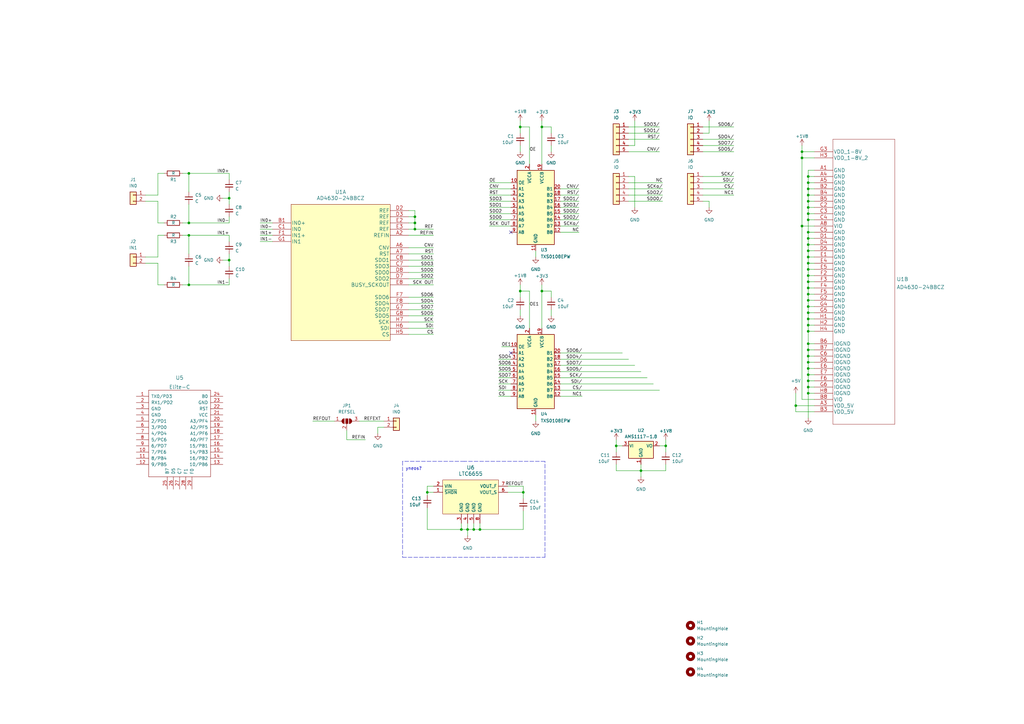
<source format=kicad_sch>
(kicad_sch (version 20211123) (generator eeschema)
  (paper "A3")
  (lib_symbols
    (symbol "2022-11-05_15-10-10:AD4630-24BBCZ" (pin_names (offset 0.254))
      (property "Reference" "U" (at 27.94 12.7 0))
      (property "Value" "AD4630-24BBCZ" (at 27.94 10.16 0))
      (symbol "AD4630-24BBCZ_1_1"
        (pin unspecified line (at 55.88 -15.24 180) (length 7.62) (name "REFIN") (number "A2"))
        (pin unspecified line (at 0 -12.7 0) (length 7.62) (name "CNV") (number "A6"))
        (pin unspecified line (at 0 -17.78 0) (length 7.62) (name "RST") (number "A7"))
        (pin unspecified line (at 0 0 0) (length 7.62) (name "IN0+") (number "B1"))
        (pin unspecified line (at 0 -2.54 0) (length 7.62) (name "IN0") (number "C1"))
        (pin unspecified line (at 55.88 -20.32 180) (length 7.62) (name "SDO3") (number "C7"))
        (pin unspecified line (at 55.88 -22.86 180) (length 7.62) (name "SDO1") (number "C8"))
        (pin unspecified line (at 55.88 -5.08 180) (length 7.62) (name "REF") (number "D2"))
        (pin unspecified line (at 55.88 -7.62 180) (length 7.62) (name "REF") (number "D3"))
        (pin unspecified line (at 55.88 -25.4 180) (length 7.62) (name "SDO2") (number "D7"))
        (pin unspecified line (at 55.88 -27.94 180) (length 7.62) (name "SDO0") (number "D8"))
        (pin unspecified line (at 55.88 -10.16 180) (length 7.62) (name "REF") (number "E2"))
        (pin unspecified line (at 55.88 -12.7 180) (length 7.62) (name "REF") (number "E3"))
        (pin unspecified line (at 55.88 2.54 180) (length 7.62) (name "BUSY_SCKOUT") (number "E8"))
        (pin unspecified line (at 0 -5.08 0) (length 7.62) (name "IN1+") (number "F1"))
        (pin unspecified line (at 55.88 -30.48 180) (length 7.62) (name "SDO6") (number "F7"))
        (pin unspecified line (at 55.88 -33.02 180) (length 7.62) (name "SDO4") (number "F8"))
        (pin unspecified line (at 0 -7.62 0) (length 7.62) (name "IN1") (number "G1"))
        (pin unspecified line (at 55.88 -35.56 180) (length 7.62) (name "SDO7") (number "G7"))
        (pin unspecified line (at 55.88 -38.1 180) (length 7.62) (name "SDO5") (number "G8"))
        (pin unspecified line (at 0 -15.24 0) (length 7.62) (name "CS") (number "H5"))
        (pin unspecified line (at 0 -22.86 0) (length 7.62) (name "SDI") (number "H6"))
        (pin unspecified line (at 0 -20.32 0) (length 7.62) (name "SCK") (number "H7"))
      )
      (symbol "AD4630-24BBCZ_2_1"
        (pin unspecified line (at 0 -7.62 0) (length 7.62) (name "GND") (number "A1"))
        (pin unspecified line (at 0 -104.14 0) (length 7.62) (name "VDD_5V") (number "A3"))
        (pin unspecified line (at 0 -10.16 0) (length 7.62) (name "GND") (number "A4"))
        (pin unspecified line (at 0 -12.7 0) (length 7.62) (name "GND") (number "A5"))
        (pin unspecified line (at 0 -30.48 0) (length 7.62) (name "VIO") (number "A8"))
        (pin unspecified line (at 0 -15.24 0) (length 7.62) (name "GND") (number "B2"))
        (pin unspecified line (at 0 -106.68 0) (length 7.62) (name "VDD_5V") (number "B3"))
        (pin unspecified line (at 0 -17.78 0) (length 7.62) (name "GND") (number "B4"))
        (pin unspecified line (at 0 -20.32 0) (length 7.62) (name "GND") (number "B5"))
        (pin unspecified line (at 0 -78.74 0) (length 7.62) (name "IOGND") (number "B6"))
        (pin unspecified line (at 0 -81.28 0) (length 7.62) (name "IOGND") (number "B7"))
        (pin unspecified line (at 0 -101.6 0) (length 7.62) (name "VIO") (number "B8"))
        (pin unspecified line (at 0 -22.86 0) (length 7.62) (name "GND") (number "C2"))
        (pin unspecified line (at 0 -25.4 0) (length 7.62) (name "GND") (number "C3"))
        (pin unspecified line (at 0 -27.94 0) (length 7.62) (name "GND") (number "C4"))
        (pin unspecified line (at 0 -33.02 0) (length 7.62) (name "GND") (number "C5"))
        (pin unspecified line (at 0 -83.82 0) (length 7.62) (name "IOGND") (number "C6"))
        (pin unspecified line (at 0 -35.56 0) (length 7.62) (name "GND") (number "D1"))
        (pin unspecified line (at 0 -38.1 0) (length 7.62) (name "GND") (number "D4"))
        (pin unspecified line (at 0 -40.64 0) (length 7.62) (name "GND") (number "D5"))
        (pin unspecified line (at 0 -86.36 0) (length 7.62) (name "IOGND") (number "D6"))
        (pin unspecified line (at 0 -43.18 0) (length 7.62) (name "GND") (number "E1"))
        (pin unspecified line (at 0 -45.72 0) (length 7.62) (name "GND") (number "E4"))
        (pin unspecified line (at 0 -48.26 0) (length 7.62) (name "GND") (number "E5"))
        (pin unspecified line (at 0 -88.9 0) (length 7.62) (name "IOGND") (number "E6"))
        (pin unspecified line (at 0 -91.44 0) (length 7.62) (name "IOGND") (number "E7"))
        (pin unspecified line (at 0 -50.8 0) (length 7.62) (name "GND") (number "F2"))
        (pin unspecified line (at 0 -53.34 0) (length 7.62) (name "GND") (number "F3"))
        (pin unspecified line (at 0 -55.88 0) (length 7.62) (name "GND") (number "F4"))
        (pin unspecified line (at 0 -58.42 0) (length 7.62) (name "GND") (number "F5"))
        (pin unspecified line (at 0 -93.98 0) (length 7.62) (name "IOGND") (number "F6"))
        (pin unspecified line (at 0 -60.96 0) (length 7.62) (name "GND") (number "G2"))
        (pin unspecified line (at 0 0 0) (length 7.62) (name "VDD_1-8V") (number "G3"))
        (pin unspecified line (at 0 -63.5 0) (length 7.62) (name "GND") (number "G4"))
        (pin unspecified line (at 0 -66.04 0) (length 7.62) (name "GND") (number "G5"))
        (pin unspecified line (at 0 -96.52 0) (length 7.62) (name "IOGND") (number "G6"))
        (pin unspecified line (at 0 -68.58 0) (length 7.62) (name "GND") (number "H1"))
        (pin unspecified line (at 0 -71.12 0) (length 7.62) (name "GND") (number "H2"))
        (pin unspecified line (at 0 -2.54 0) (length 7.62) (name "VDD_1-8V_2") (number "H3"))
        (pin unspecified line (at 0 -73.66 0) (length 7.62) (name "GND") (number "H4"))
        (pin unspecified line (at 0 -99.06 0) (length 7.62) (name "IOGND") (number "H8"))
      )
    )
    (symbol "AD4630-24BBCZ_1" (pin_names (offset 0.254))
      (property "Reference" "U1" (at 27.94 12.7 0))
      (property "Value" "AD4630-24BBCZ" (at 27.94 10.16 0))
      (symbol "AD4630-24BBCZ_1_1_1"
        (pin unspecified line (at 55.88 -5.08 180) (length 7.62) (name "REFIN") (number "A2"))
        (pin unspecified line (at 55.88 -10.16 180) (length 7.62) (name "CNV") (number "A6"))
        (pin unspecified line (at 55.88 -12.7 180) (length 7.62) (name "RST") (number "A7"))
        (pin unspecified line (at 0 0 0) (length 7.62) (name "IN0+") (number "B1"))
        (pin unspecified line (at 0 -2.54 0) (length 7.62) (name "IN0") (number "C1"))
        (pin unspecified line (at 55.88 -17.78 180) (length 7.62) (name "SDO3") (number "C7"))
        (pin unspecified line (at 55.88 -15.24 180) (length 7.62) (name "SDO1") (number "C8"))
        (pin unspecified line (at 55.88 5.08 180) (length 7.62) (name "REF") (number "D2"))
        (pin unspecified line (at 55.88 2.54 180) (length 7.62) (name "REF") (number "D3"))
        (pin unspecified line (at 55.88 -22.86 180) (length 7.62) (name "SDO2") (number "D7"))
        (pin unspecified line (at 55.88 -20.32 180) (length 7.62) (name "SDO0") (number "D8"))
        (pin unspecified line (at 55.88 0 180) (length 7.62) (name "REF") (number "E2"))
        (pin unspecified line (at 55.88 -2.54 180) (length 7.62) (name "REF") (number "E3"))
        (pin unspecified line (at 55.88 -25.4 180) (length 7.62) (name "BUSY_SCKOUT") (number "E8"))
        (pin unspecified line (at 0 -5.08 0) (length 7.62) (name "IN1+") (number "F1"))
        (pin unspecified line (at 55.88 -30.48 180) (length 7.62) (name "SDO6") (number "F7"))
        (pin unspecified line (at 55.88 -33.02 180) (length 7.62) (name "SDO4") (number "F8"))
        (pin unspecified line (at 0 -7.62 0) (length 7.62) (name "IN1") (number "G1"))
        (pin unspecified line (at 55.88 -35.56 180) (length 7.62) (name "SDO7") (number "G7"))
        (pin unspecified line (at 55.88 -38.1 180) (length 7.62) (name "SDO5") (number "G8"))
        (pin unspecified line (at 55.88 -45.72 180) (length 7.62) (name "CS") (number "H5"))
        (pin unspecified line (at 55.88 -43.18 180) (length 7.62) (name "SDI") (number "H6"))
        (pin unspecified line (at 55.88 -40.64 180) (length 7.62) (name "SCK") (number "H7"))
      )
      (symbol "AD4630-24BBCZ_1_2_1"
        (pin unspecified line (at 0 -7.62 0) (length 7.62) (name "GND") (number "A1"))
        (pin unspecified line (at 0 -104.14 0) (length 7.62) (name "VDD_5V") (number "A3"))
        (pin unspecified line (at 0 -10.16 0) (length 7.62) (name "GND") (number "A4"))
        (pin unspecified line (at 0 -12.7 0) (length 7.62) (name "GND") (number "A5"))
        (pin unspecified line (at 0 -30.48 0) (length 7.62) (name "VIO") (number "A8"))
        (pin unspecified line (at 0 -15.24 0) (length 7.62) (name "GND") (number "B2"))
        (pin unspecified line (at 0 -106.68 0) (length 7.62) (name "VDD_5V") (number "B3"))
        (pin unspecified line (at 0 -17.78 0) (length 7.62) (name "GND") (number "B4"))
        (pin unspecified line (at 0 -20.32 0) (length 7.62) (name "GND") (number "B5"))
        (pin unspecified line (at 0 -78.74 0) (length 7.62) (name "IOGND") (number "B6"))
        (pin unspecified line (at 0 -81.28 0) (length 7.62) (name "IOGND") (number "B7"))
        (pin unspecified line (at 0 -101.6 0) (length 7.62) (name "VIO") (number "B8"))
        (pin unspecified line (at 0 -22.86 0) (length 7.62) (name "GND") (number "C2"))
        (pin unspecified line (at 0 -25.4 0) (length 7.62) (name "GND") (number "C3"))
        (pin unspecified line (at 0 -27.94 0) (length 7.62) (name "GND") (number "C4"))
        (pin unspecified line (at 0 -33.02 0) (length 7.62) (name "GND") (number "C5"))
        (pin unspecified line (at 0 -83.82 0) (length 7.62) (name "IOGND") (number "C6"))
        (pin unspecified line (at 0 -35.56 0) (length 7.62) (name "GND") (number "D1"))
        (pin unspecified line (at 0 -38.1 0) (length 7.62) (name "GND") (number "D4"))
        (pin unspecified line (at 0 -40.64 0) (length 7.62) (name "GND") (number "D5"))
        (pin unspecified line (at 0 -86.36 0) (length 7.62) (name "IOGND") (number "D6"))
        (pin unspecified line (at 0 -43.18 0) (length 7.62) (name "GND") (number "E1"))
        (pin unspecified line (at 0 -45.72 0) (length 7.62) (name "GND") (number "E4"))
        (pin unspecified line (at 0 -48.26 0) (length 7.62) (name "GND") (number "E5"))
        (pin unspecified line (at 0 -88.9 0) (length 7.62) (name "IOGND") (number "E6"))
        (pin unspecified line (at 0 -91.44 0) (length 7.62) (name "IOGND") (number "E7"))
        (pin unspecified line (at 0 -50.8 0) (length 7.62) (name "GND") (number "F2"))
        (pin unspecified line (at 0 -53.34 0) (length 7.62) (name "GND") (number "F3"))
        (pin unspecified line (at 0 -55.88 0) (length 7.62) (name "GND") (number "F4"))
        (pin unspecified line (at 0 -58.42 0) (length 7.62) (name "GND") (number "F5"))
        (pin unspecified line (at 0 -93.98 0) (length 7.62) (name "IOGND") (number "F6"))
        (pin unspecified line (at 0 -60.96 0) (length 7.62) (name "GND") (number "G2"))
        (pin unspecified line (at 0 0 0) (length 7.62) (name "VDD_1-8V") (number "G3"))
        (pin unspecified line (at 0 -63.5 0) (length 7.62) (name "GND") (number "G4"))
        (pin unspecified line (at 0 -66.04 0) (length 7.62) (name "GND") (number "G5"))
        (pin unspecified line (at 0 -96.52 0) (length 7.62) (name "IOGND") (number "G6"))
        (pin unspecified line (at 0 -68.58 0) (length 7.62) (name "GND") (number "H1"))
        (pin unspecified line (at 0 -71.12 0) (length 7.62) (name "GND") (number "H2"))
        (pin unspecified line (at 0 -2.54 0) (length 7.62) (name "VDD_1-8V_2") (number "H3"))
        (pin unspecified line (at 0 -73.66 0) (length 7.62) (name "GND") (number "H4"))
        (pin unspecified line (at 0 -99.06 0) (length 7.62) (name "IOGND") (number "H8"))
      )
    )
    (symbol "Connector_Generic:Conn_01x02" (pin_names (offset 1.016) hide)
      (property "Reference" "J" (at 0 2.54 0))
      (property "Value" "Conn_01x02" (at 0 -5.08 0))
      (symbol "Conn_01x02_1_1"
        (pin passive line (at -5.08 0 0) (length 3.81) (name "Pin_1") (number "1"))
        (pin passive line (at -5.08 -2.54 0) (length 3.81) (name "Pin_2") (number "2"))
      )
    )
    (symbol "Connector_Generic:Conn_01x05" (pin_names (offset 1.016) hide)
      (property "Reference" "J" (at 0 7.62 0))
      (property "Value" "Conn_01x05" (at 0 -7.62 0))
      (symbol "Conn_01x05_1_1"
        (pin passive line (at -5.08 5.08 0) (length 3.81) (name "Pin_1") (number "1"))
        (pin passive line (at -5.08 2.54 0) (length 3.81) (name "Pin_2") (number "2"))
        (pin passive line (at -5.08 0 0) (length 3.81) (name "Pin_3") (number "3"))
        (pin passive line (at -5.08 -2.54 0) (length 3.81) (name "Pin_4") (number "4"))
        (pin passive line (at -5.08 -5.08 0) (length 3.81) (name "Pin_5") (number "5"))
      )
    )
    (symbol "Device:C_Small" (pin_numbers hide) (pin_names (offset 0.254) hide)
      (property "Reference" "C" (at 0.254 1.778 0))
      (property "Value" "C_Small" (at 0.254 -2.032 0))
      (symbol "C_Small_1_1"
        (pin passive line (at 0 2.54 270) (length 2.032) (name "~") (number "1"))
        (pin passive line (at 0 -2.54 90) (length 2.032) (name "~") (number "2"))
      )
    )
    (symbol "Device:R" (pin_numbers hide) (pin_names (offset 0))
      (property "Reference" "R" (at 2.032 0 90))
      (property "Value" "R" (at 0 0 90))
      (symbol "R_1_1"
        (pin passive line (at 0 3.81 270) (length 1.27) (name "~") (number "1"))
        (pin passive line (at 0 -3.81 90) (length 1.27) (name "~") (number "2"))
      )
    )
    (symbol "Jumper:SolderJumper_3_Open" (pin_names (offset 0) hide)
      (property "Reference" "JP" (at -2.54 -2.54 0))
      (property "Value" "SolderJumper_3_Open" (at 0 2.794 0))
      (symbol "SolderJumper_3_Open_1_1"
        (pin passive line (at -5.08 0 0) (length 2.54) (name "A") (number "1"))
        (pin passive line (at 0 -3.81 90) (length 2.54) (name "C") (number "2"))
        (pin passive line (at 5.08 0 180) (length 2.54) (name "B") (number "3"))
      )
    )
    (symbol "LTC6655:LTC6655BHLS8-5-PBF" (pin_names (offset 0.635))
      (property "Reference" "U6" (at 3.81 10.8174 0))
      (property "Value" "LTC6655BHLS8-5-PBF" (at 3.81 16.51 0))
      (symbol "LTC6655BHLS8-5-PBF_1_1"
        (pin input line (at -15.24 1.27 0) (length 3.81) (name "~{SHDN}") (number "1"))
        (pin input line (at -15.24 3.81 0) (length 3.81) (name "VIN") (number "2"))
        (pin power_in line (at -3.81 -11.43 90) (length 3.81) (name "GND") (number "3"))
        (pin power_in line (at -1.27 -11.43 90) (length 3.81) (name "GND") (number "4"))
        (pin power_in line (at 1.27 -11.43 90) (length 3.81) (name "GND") (number "5"))
        (pin output line (at 15.24 1.27 180) (length 3.81) (name "VOUT_S") (number "6"))
        (pin output line (at 15.24 3.81 180) (length 3.81) (name "VOUT_F") (number "7"))
        (pin power_in line (at 3.81 -11.43 90) (length 3.81) (name "GND") (number "8"))
      )
    )
    (symbol "Logic_LevelTranslator:TXS0108EPW"
      (property "Reference" "U" (at -6.35 16.51 0))
      (property "Value" "TXS0108EPW" (at 3.81 16.51 0))
      (symbol "TXS0108EPW_1_1"
        (pin bidirectional line (at -10.16 7.62 0) (length 2.54) (name "A1") (number "1"))
        (pin input line (at -10.16 10.16 0) (length 2.54) (name "OE") (number "10"))
        (pin power_in line (at 0 -17.78 90) (length 2.54) (name "GND") (number "11"))
        (pin bidirectional line (at 10.16 -10.16 180) (length 2.54) (name "B8") (number "12"))
        (pin bidirectional line (at 10.16 -7.62 180) (length 2.54) (name "B7") (number "13"))
        (pin bidirectional line (at 10.16 -5.08 180) (length 2.54) (name "B6") (number "14"))
        (pin bidirectional line (at 10.16 -2.54 180) (length 2.54) (name "B5") (number "15"))
        (pin bidirectional line (at 10.16 0 180) (length 2.54) (name "B4") (number "16"))
        (pin bidirectional line (at 10.16 2.54 180) (length 2.54) (name "B3") (number "17"))
        (pin bidirectional line (at 10.16 5.08 180) (length 2.54) (name "B2") (number "18"))
        (pin power_in line (at 2.54 17.78 270) (length 2.54) (name "VCCB") (number "19"))
        (pin power_in line (at -2.54 17.78 270) (length 2.54) (name "VCCA") (number "2"))
        (pin bidirectional line (at 10.16 7.62 180) (length 2.54) (name "B1") (number "20"))
        (pin bidirectional line (at -10.16 5.08 0) (length 2.54) (name "A2") (number "3"))
        (pin bidirectional line (at -10.16 2.54 0) (length 2.54) (name "A3") (number "4"))
        (pin bidirectional line (at -10.16 0 0) (length 2.54) (name "A4") (number "5"))
        (pin bidirectional line (at -10.16 -2.54 0) (length 2.54) (name "A5") (number "6"))
        (pin bidirectional line (at -10.16 -5.08 0) (length 2.54) (name "A6") (number "7"))
        (pin bidirectional line (at -10.16 -7.62 0) (length 2.54) (name "A7") (number "8"))
        (pin bidirectional line (at -10.16 -10.16 0) (length 2.54) (name "A8") (number "9"))
      )
    )
    (symbol "Mechanical:MountingHole" (pin_names (offset 1.016))
      (property "Reference" "H" (at 0 5.08 0))
      (property "Value" "MountingHole" (at 0 3.175 0))
    )
    (symbol "Regulator_Linear:AMS1117-1.8" (pin_names (offset 0.254))
      (property "Reference" "U" (at -3.81 3.175 0))
      (property "Value" "AMS1117-1.8" (at 0 3.175 0))
      (symbol "AMS1117-1.8_1_1"
        (pin power_in line (at 0 -7.62 90) (length 2.54) (name "GND") (number "1"))
        (pin power_out line (at 7.62 0 180) (length 2.54) (name "VO") (number "2"))
        (pin power_in line (at -7.62 0 0) (length 2.54) (name "VI") (number "3"))
      )
    )
    (symbol "keebio:Elite-C" (pin_names (offset 1.016))
      (property "Reference" "U" (at 0 0 0))
      (property "Value" "Elite-C" (at 0 2.54 0))
      (symbol "Elite-C_1_1"
        (pin input line (at -17.78 13.97 0) (length 5.08) (name "TX0/PD3") (number "1"))
        (pin input line (at -17.78 -8.89 0) (length 5.08) (name "7/PE6") (number "10"))
        (pin input line (at -17.78 -11.43 0) (length 5.08) (name "8/PB4") (number "11"))
        (pin input line (at -17.78 -13.97 0) (length 5.08) (name "9/PB5") (number "12"))
        (pin input line (at 17.78 -13.97 180) (length 5.08) (name "10/PB6") (number "13"))
        (pin input line (at 17.78 -11.43 180) (length 5.08) (name "16/PB2") (number "14"))
        (pin input line (at 17.78 -8.89 180) (length 5.08) (name "14/PB3") (number "15"))
        (pin input line (at 17.78 -6.35 180) (length 5.08) (name "15/PB1") (number "16"))
        (pin input line (at 17.78 -3.81 180) (length 5.08) (name "A0/PF7") (number "17"))
        (pin input line (at 17.78 -1.27 180) (length 5.08) (name "A1/PF6") (number "18"))
        (pin input line (at 17.78 1.27 180) (length 5.08) (name "A2/PF5") (number "19"))
        (pin input line (at -17.78 11.43 0) (length 5.08) (name "RX1/PD2") (number "2"))
        (pin input line (at 17.78 3.81 180) (length 5.08) (name "A3/PF4") (number "20"))
        (pin input line (at 17.78 6.35 180) (length 5.08) (name "VCC") (number "21"))
        (pin input line (at 17.78 8.89 180) (length 5.08) (name "RST") (number "22"))
        (pin input line (at 17.78 11.43 180) (length 5.08) (name "GND") (number "23"))
        (pin input line (at 17.78 13.97 180) (length 5.08) (name "B0") (number "24"))
        (pin input line (at -5.08 -24.13 90) (length 5.08) (name "B7") (number "25"))
        (pin input line (at -2.54 -24.13 90) (length 5.08) (name "D5") (number "26"))
        (pin input line (at 0 -24.13 90) (length 5.08) (name "C7") (number "27"))
        (pin input line (at 2.54 -24.13 90) (length 5.08) (name "F1") (number "28"))
        (pin input line (at 5.08 -24.13 90) (length 5.08) (name "F0") (number "29"))
        (pin input line (at -17.78 8.89 0) (length 5.08) (name "GND") (number "3"))
        (pin input line (at -17.78 6.35 0) (length 5.08) (name "GND") (number "4"))
        (pin input line (at -17.78 3.81 0) (length 5.08) (name "2/PD1") (number "5"))
        (pin input line (at -17.78 1.27 0) (length 5.08) (name "3/PD0") (number "6"))
        (pin input line (at -17.78 -1.27 0) (length 5.08) (name "4/PD4") (number "7"))
        (pin input line (at -17.78 -3.81 0) (length 5.08) (name "5/PC6") (number "8"))
        (pin input line (at -17.78 -6.35 0) (length 5.08) (name "6/PD7") (number "9"))
      )
    )
    (symbol "power:+1V8" (power) (pin_names (offset 0))
      (property "Value" "+1V8" (at 0 3.556 0))
      (symbol "+1V8_1_1"
        (pin power_in line (at 0 0 90) (length 0) hide (name "+1V8") (number "1"))
      )
    )
    (symbol "power:+3.3V" (power) (pin_names (offset 0))
      (property "Value" "+3.3V" (at 0 3.556 0))
      (symbol "+3.3V_1_1"
        (pin power_in line (at 0 0 90) (length 0) hide (name "+3V3") (number "1"))
      )
    )
    (symbol "power:+5V" (power) (pin_names (offset 0))
      (property "Value" "+5V" (at 0 3.556 0))
      (symbol "+5V_1_1"
        (pin power_in line (at 0 0 90) (length 0) hide (name "+5V") (number "1"))
      )
    )
    (symbol "power:GND" (power) (pin_names (offset 0))
      (property "Value" "GND" (at 0 -3.81 0))
      (symbol "GND_1_1"
        (pin power_in line (at 0 0 270) (length 0) hide (name "GND") (number "1"))
      )
    )
  )
  (junction (at 77.47 116.84))
  (junction (at 77.47 96.52))
  (junction (at 331.47 97.79))
  (junction (at 213.36 119.38))
  (junction (at 273.05 182.88))
  (junction (at 331.47 158.75))
  (junction (at 326.39 166.37))
  (junction (at 331.47 125.73))
  (junction (at 331.47 77.47))
  (junction (at 214.63 201.93))
  (junction (at 331.47 107.95))
  (junction (at 331.47 146.05))
  (junction (at 331.47 140.97))
  (junction (at 252.73 182.88))
  (junction (at 262.89 193.04))
  (junction (at 331.47 102.87))
  (junction (at 213.36 52.07))
  (junction (at 328.93 64.77))
  (junction (at 328.93 62.23))
  (junction (at 170.18 88.9))
  (junction (at 331.47 148.59))
  (junction (at 331.47 80.01))
  (junction (at 189.23 217.17))
  (junction (at 331.47 123.19))
  (junction (at 331.47 105.41))
  (junction (at 331.47 151.13))
  (junction (at 331.47 143.51))
  (junction (at 77.47 71.12))
  (junction (at 93.98 81.28))
  (junction (at 331.47 85.09))
  (junction (at 170.18 93.98))
  (junction (at 194.31 217.17))
  (junction (at 175.26 201.93))
  (junction (at 222.25 119.38))
  (junction (at 331.47 161.29))
  (junction (at 331.47 115.57))
  (junction (at 331.47 153.67))
  (junction (at 331.47 90.17))
  (junction (at 331.47 74.93))
  (junction (at 331.47 82.55))
  (junction (at 331.47 156.21))
  (junction (at 331.47 113.03))
  (junction (at 331.47 130.81))
  (junction (at 77.47 91.44))
  (junction (at 331.47 120.65))
  (junction (at 331.47 110.49))
  (junction (at 170.18 91.44))
  (junction (at 331.47 95.25))
  (junction (at 331.47 100.33))
  (junction (at 222.25 52.07))
  (junction (at 331.47 87.63))
  (junction (at 93.98 106.68))
  (junction (at 331.47 128.27))
  (junction (at 191.77 217.17))
  (junction (at 331.47 135.89))
  (junction (at 331.47 118.11))
  (junction (at 331.47 72.39))
  (junction (at 331.47 133.35))
  (junction (at 328.93 92.71))
  (junction (at 196.85 217.17))
  (no_connect (at 209.55 95.25))
  (no_connect (at 209.55 144.78))
  (wire (pts (xy 170.18 93.98) (xy 177.8 93.98)))
  (wire (pts (xy 170.18 91.44) (xy 170.18 93.98)))
  (wire (pts (xy 191.77 217.17) (xy 194.31 217.17)))
  (wire (pts (xy 260.35 85.09) (xy 260.35 72.39)))
  (wire (pts (xy 106.68 96.52) (xy 111.76 96.52)))
  (wire (pts (xy 200.66 90.17) (xy 209.55 90.17)))
  (wire (pts (xy 175.26 199.39) (xy 175.26 201.93)))
  (wire (pts (xy 288.29 59.69) (xy 300.99 59.69)))
  (wire (pts (xy 229.87 160.02) (xy 270.51 160.02)))
  (wire (pts (xy 74.93 71.12) (xy 77.47 71.12)))
  (wire (pts (xy 331.47 140.97) (xy 334.01 140.97)))
  (wire (pts (xy 288.29 77.47) (xy 300.99 77.47)))
  (wire (pts (xy 331.47 113.03) (xy 331.47 115.57)))
  (wire (pts (xy 200.66 82.55) (xy 209.55 82.55)))
  (wire (pts (xy 219.71 102.87) (xy 219.71 105.41)))
  (wire (pts (xy 334.01 100.33) (xy 331.47 100.33)))
  (wire (pts (xy 257.81 57.15) (xy 270.51 57.15)))
  (wire (pts (xy 93.98 106.68) (xy 93.98 104.14)))
  (wire (pts (xy 64.77 71.12) (xy 64.77 80.01)))
  (wire (pts (xy 64.77 116.84) (xy 67.31 116.84)))
  (wire (pts (xy 334.01 85.09) (xy 331.47 85.09)))
  (wire (pts (xy 93.98 88.9) (xy 93.98 91.44)))
  (wire (pts (xy 77.47 96.52) (xy 93.98 96.52)))
  (wire (pts (xy 328.93 92.71) (xy 328.93 163.83)))
  (wire (pts (xy 167.64 104.14) (xy 177.8 104.14)))
  (wire (pts (xy 288.29 74.93) (xy 300.99 74.93)))
  (wire (pts (xy 331.47 158.75) (xy 331.47 156.21)))
  (wire (pts (xy 208.28 199.39) (xy 214.63 199.39)))
  (wire (pts (xy 222.25 49.53) (xy 222.25 52.07)))
  (wire (pts (xy 209.55 152.4) (xy 204.47 152.4)))
  (wire (pts (xy 229.87 82.55) (xy 237.49 82.55)))
  (wire (pts (xy 175.26 217.17) (xy 189.23 217.17)))
  (wire (pts (xy 331.47 148.59) (xy 334.01 148.59)))
  (wire (pts (xy 288.29 80.01) (xy 300.99 80.01)))
  (wire (pts (xy 154.94 175.26) (xy 157.48 175.26)))
  (wire (pts (xy 334.01 130.81) (xy 331.47 130.81)))
  (wire (pts (xy 229.87 92.71) (xy 237.49 92.71)))
  (polyline (pts (xy 165.1 189.23) (xy 165.1 228.6)))
  (wire (pts (xy 334.01 110.49) (xy 331.47 110.49)))
  (wire (pts (xy 222.25 52.07) (xy 222.25 67.31)))
  (wire (pts (xy 149.86 180.34) (xy 142.24 180.34)))
  (wire (pts (xy 331.47 72.39) (xy 331.47 74.93)))
  (wire (pts (xy 229.87 80.01) (xy 237.49 80.01)))
  (wire (pts (xy 257.81 62.23) (xy 270.51 62.23)))
  (wire (pts (xy 260.35 72.39) (xy 257.81 72.39)))
  (wire (pts (xy 64.77 82.55) (xy 64.77 91.44)))
  (wire (pts (xy 167.64 88.9) (xy 170.18 88.9)))
  (wire (pts (xy 189.23 217.17) (xy 191.77 217.17)))
  (wire (pts (xy 213.36 52.07) (xy 213.36 54.61)))
  (wire (pts (xy 331.47 130.81) (xy 331.47 133.35)))
  (wire (pts (xy 331.47 97.79) (xy 331.47 100.33)))
  (wire (pts (xy 67.31 96.52) (xy 64.77 96.52)))
  (wire (pts (xy 331.47 153.67) (xy 331.47 151.13)))
  (wire (pts (xy 331.47 102.87) (xy 331.47 105.41)))
  (wire (pts (xy 213.36 127) (xy 213.36 129.54)))
  (wire (pts (xy 334.01 97.79) (xy 331.47 97.79)))
  (wire (pts (xy 93.98 116.84) (xy 77.47 116.84)))
  (polyline (pts (xy 165.1 228.6) (xy 223.52 228.6)))
  (wire (pts (xy 252.73 193.04) (xy 262.89 193.04)))
  (wire (pts (xy 226.06 119.38) (xy 226.06 121.92)))
  (polyline (pts (xy 223.52 228.6) (xy 223.52 189.23)))
  (wire (pts (xy 331.47 87.63) (xy 331.47 90.17)))
  (wire (pts (xy 334.01 92.71) (xy 328.93 92.71)))
  (wire (pts (xy 167.64 127) (xy 177.8 127)))
  (wire (pts (xy 170.18 86.36) (xy 170.18 88.9)))
  (wire (pts (xy 288.29 52.07) (xy 300.99 52.07)))
  (wire (pts (xy 59.69 107.95) (xy 64.77 107.95)))
  (wire (pts (xy 167.64 132.08) (xy 177.8 132.08)))
  (wire (pts (xy 189.23 217.17) (xy 189.23 214.63)))
  (wire (pts (xy 326.39 166.37) (xy 334.01 166.37)))
  (wire (pts (xy 77.47 104.14) (xy 77.47 96.52)))
  (wire (pts (xy 229.87 95.25) (xy 237.49 95.25)))
  (wire (pts (xy 331.47 151.13) (xy 334.01 151.13)))
  (wire (pts (xy 77.47 71.12) (xy 93.98 71.12)))
  (wire (pts (xy 200.66 85.09) (xy 209.55 85.09)))
  (wire (pts (xy 142.24 180.34) (xy 142.24 176.53)))
  (wire (pts (xy 331.47 77.47) (xy 331.47 80.01)))
  (wire (pts (xy 334.01 95.25) (xy 331.47 95.25)))
  (wire (pts (xy 106.68 91.44) (xy 111.76 91.44)))
  (wire (pts (xy 229.87 154.94) (xy 265.43 154.94)))
  (wire (pts (xy 200.66 77.47) (xy 209.55 77.47)))
  (wire (pts (xy 257.81 80.01) (xy 271.78 80.01)))
  (wire (pts (xy 167.64 114.3) (xy 177.8 114.3)))
  (wire (pts (xy 257.81 82.55) (xy 271.78 82.55)))
  (wire (pts (xy 194.31 217.17) (xy 196.85 217.17)))
  (wire (pts (xy 64.77 80.01) (xy 59.69 80.01)))
  (wire (pts (xy 177.8 201.93) (xy 175.26 201.93)))
  (wire (pts (xy 214.63 217.17) (xy 214.63 209.55)))
  (wire (pts (xy 331.47 143.51) (xy 331.47 140.97)))
  (wire (pts (xy 334.01 123.19) (xy 331.47 123.19)))
  (wire (pts (xy 167.64 109.22) (xy 177.8 109.22)))
  (wire (pts (xy 331.47 80.01) (xy 331.47 82.55)))
  (wire (pts (xy 167.64 91.44) (xy 170.18 91.44)))
  (wire (pts (xy 219.71 170.18) (xy 219.71 172.72)))
  (wire (pts (xy 326.39 161.29) (xy 326.39 166.37)))
  (wire (pts (xy 331.47 100.33) (xy 331.47 102.87)))
  (wire (pts (xy 270.51 182.88) (xy 273.05 182.88)))
  (wire (pts (xy 167.64 111.76) (xy 177.8 111.76)))
  (wire (pts (xy 74.93 91.44) (xy 77.47 91.44)))
  (wire (pts (xy 77.47 78.74) (xy 77.47 71.12)))
  (wire (pts (xy 331.47 140.97) (xy 331.47 135.89)))
  (wire (pts (xy 288.29 57.15) (xy 300.99 57.15)))
  (wire (pts (xy 64.77 96.52) (xy 64.77 105.41)))
  (wire (pts (xy 331.47 161.29) (xy 334.01 161.29)))
  (wire (pts (xy 167.64 124.46) (xy 177.8 124.46)))
  (wire (pts (xy 204.47 160.02) (xy 209.55 160.02)))
  (polyline (pts (xy 223.52 189.23) (xy 190.5 189.23)))
  (wire (pts (xy 331.47 74.93) (xy 334.01 74.93)))
  (wire (pts (xy 331.47 85.09) (xy 331.47 87.63)))
  (wire (pts (xy 167.64 101.6) (xy 177.8 101.6)))
  (wire (pts (xy 331.47 125.73) (xy 331.47 128.27)))
  (wire (pts (xy 331.47 105.41) (xy 331.47 107.95)))
  (wire (pts (xy 334.01 120.65) (xy 331.47 120.65)))
  (wire (pts (xy 334.01 115.57) (xy 331.47 115.57)))
  (wire (pts (xy 331.47 123.19) (xy 331.47 125.73)))
  (wire (pts (xy 229.87 152.4) (xy 262.89 152.4)))
  (wire (pts (xy 154.94 175.26) (xy 154.94 177.8)))
  (wire (pts (xy 64.77 91.44) (xy 67.31 91.44)))
  (wire (pts (xy 331.47 74.93) (xy 331.47 77.47)))
  (wire (pts (xy 331.47 82.55) (xy 334.01 82.55)))
  (wire (pts (xy 226.06 59.69) (xy 226.06 62.23)))
  (wire (pts (xy 200.66 87.63) (xy 209.55 87.63)))
  (wire (pts (xy 334.01 90.17) (xy 331.47 90.17)))
  (wire (pts (xy 252.73 180.34) (xy 252.73 182.88)))
  (wire (pts (xy 226.06 52.07) (xy 226.06 54.61)))
  (wire (pts (xy 217.17 134.62) (xy 217.17 119.38)))
  (wire (pts (xy 177.8 199.39) (xy 175.26 199.39)))
  (wire (pts (xy 328.93 64.77) (xy 328.93 62.23)))
  (wire (pts (xy 194.31 217.17) (xy 194.31 214.63)))
  (wire (pts (xy 67.31 71.12) (xy 64.77 71.12)))
  (wire (pts (xy 208.28 201.93) (xy 214.63 201.93)))
  (wire (pts (xy 331.47 133.35) (xy 331.47 135.89)))
  (wire (pts (xy 222.25 116.84) (xy 222.25 119.38)))
  (wire (pts (xy 64.77 105.41) (xy 59.69 105.41)))
  (wire (pts (xy 175.26 201.93) (xy 175.26 203.2)))
  (wire (pts (xy 213.36 119.38) (xy 213.36 121.92)))
  (wire (pts (xy 191.77 217.17) (xy 191.77 219.71)))
  (wire (pts (xy 260.35 49.53) (xy 260.35 59.69)))
  (wire (pts (xy 255.27 182.88) (xy 252.73 182.88)))
  (wire (pts (xy 64.77 107.95) (xy 64.77 116.84)))
  (wire (pts (xy 334.01 163.83) (xy 328.93 163.83)))
  (wire (pts (xy 217.17 67.31) (xy 217.17 52.07)))
  (wire (pts (xy 77.47 116.84) (xy 77.47 109.22)))
  (wire (pts (xy 331.47 95.25) (xy 331.47 97.79)))
  (wire (pts (xy 209.55 154.94) (xy 204.47 154.94)))
  (wire (pts (xy 328.93 62.23) (xy 334.01 62.23)))
  (wire (pts (xy 167.64 129.54) (xy 177.8 129.54)))
  (wire (pts (xy 167.64 121.92) (xy 177.8 121.92)))
  (wire (pts (xy 128.27 172.72) (xy 137.16 172.72)))
  (wire (pts (xy 252.73 190.5) (xy 252.73 193.04)))
  (wire (pts (xy 93.98 106.68) (xy 93.98 109.22)))
  (wire (pts (xy 290.83 49.53) (xy 290.83 54.61)))
  (wire (pts (xy 167.64 116.84) (xy 177.8 116.84)))
  (wire (pts (xy 213.36 59.69) (xy 213.36 62.23)))
  (wire (pts (xy 229.87 147.32) (xy 257.81 147.32)))
  (wire (pts (xy 213.36 116.84) (xy 213.36 119.38)))
  (wire (pts (xy 331.47 156.21) (xy 331.47 153.67)))
  (wire (pts (xy 288.29 72.39) (xy 300.99 72.39)))
  (wire (pts (xy 93.98 114.3) (xy 93.98 116.84)))
  (wire (pts (xy 229.87 77.47) (xy 237.49 77.47)))
  (wire (pts (xy 213.36 49.53) (xy 213.36 52.07)))
  (wire (pts (xy 257.81 54.61) (xy 270.51 54.61)))
  (wire (pts (xy 331.47 151.13) (xy 331.47 148.59)))
  (wire (pts (xy 334.01 105.41) (xy 331.47 105.41)))
  (wire (pts (xy 331.47 120.65) (xy 331.47 123.19)))
  (wire (pts (xy 196.85 214.63) (xy 196.85 217.17)))
  (wire (pts (xy 334.01 64.77) (xy 328.93 64.77)))
  (wire (pts (xy 262.89 193.04) (xy 273.05 193.04)))
  (wire (pts (xy 200.66 74.93) (xy 209.55 74.93)))
  (wire (pts (xy 226.06 119.38) (xy 222.25 119.38)))
  (wire (pts (xy 147.32 172.72) (xy 157.48 172.72)))
  (wire (pts (xy 170.18 93.98) (xy 167.64 93.98)))
  (wire (pts (xy 334.01 133.35) (xy 331.47 133.35)))
  (wire (pts (xy 334.01 118.11) (xy 331.47 118.11)))
  (wire (pts (xy 229.87 85.09) (xy 237.49 85.09)))
  (polyline (pts (xy 190.5 189.23) (xy 165.1 189.23)))
  (wire (pts (xy 167.64 137.16) (xy 177.8 137.16)))
  (wire (pts (xy 167.64 134.62) (xy 177.8 134.62)))
  (wire (pts (xy 229.87 149.86) (xy 260.35 149.86)))
  (wire (pts (xy 331.47 128.27) (xy 331.47 130.81)))
  (wire (pts (xy 273.05 180.34) (xy 273.05 182.88)))
  (wire (pts (xy 328.93 64.77) (xy 328.93 92.71)))
  (wire (pts (xy 229.87 90.17) (xy 237.49 90.17)))
  (wire (pts (xy 167.64 96.52) (xy 177.8 96.52)))
  (wire (pts (xy 200.66 92.71) (xy 209.55 92.71)))
  (wire (pts (xy 93.98 81.28) (xy 93.98 83.82)))
  (wire (pts (xy 334.01 107.95) (xy 331.47 107.95)))
  (wire (pts (xy 226.06 127) (xy 226.06 129.54)))
  (wire (pts (xy 334.01 113.03) (xy 331.47 113.03)))
  (wire (pts (xy 331.47 69.85) (xy 331.47 72.39)))
  (wire (pts (xy 334.01 125.73) (xy 331.47 125.73)))
  (wire (pts (xy 331.47 115.57) (xy 331.47 118.11)))
  (wire (pts (xy 214.63 199.39) (xy 214.63 201.93)))
  (wire (pts (xy 273.05 190.5) (xy 273.05 193.04)))
  (wire (pts (xy 331.47 156.21) (xy 334.01 156.21)))
  (wire (pts (xy 74.93 116.84) (xy 77.47 116.84)))
  (wire (pts (xy 273.05 182.88) (xy 273.05 185.42)))
  (wire (pts (xy 331.47 107.95) (xy 331.47 110.49)))
  (wire (pts (xy 331.47 161.29) (xy 331.47 158.75)))
  (wire (pts (xy 331.47 80.01) (xy 334.01 80.01)))
  (wire (pts (xy 331.47 146.05) (xy 331.47 143.51)))
  (wire (pts (xy 288.29 82.55) (xy 290.83 82.55)))
  (wire (pts (xy 229.87 144.78) (xy 255.27 144.78)))
  (wire (pts (xy 106.68 99.06) (xy 111.76 99.06)))
  (wire (pts (xy 205.74 142.24) (xy 209.55 142.24)))
  (wire (pts (xy 334.01 102.87) (xy 331.47 102.87)))
  (wire (pts (xy 331.47 158.75) (xy 334.01 158.75)))
  (wire (pts (xy 93.98 81.28) (xy 93.98 78.74)))
  (wire (pts (xy 217.17 119.38) (xy 213.36 119.38)))
  (wire (pts (xy 331.47 135.89) (xy 334.01 135.89)))
  (wire (pts (xy 229.87 157.48) (xy 267.97 157.48)))
  (wire (pts (xy 260.35 59.69) (xy 257.81 59.69)))
  (wire (pts (xy 334.01 128.27) (xy 331.47 128.27)))
  (wire (pts (xy 77.47 91.44) (xy 77.47 83.82)))
  (wire (pts (xy 214.63 201.93) (xy 214.63 204.47)))
  (wire (pts (xy 331.47 146.05) (xy 334.01 146.05)))
  (wire (pts (xy 59.69 82.55) (xy 64.77 82.55)))
  (wire (pts (xy 106.68 93.98) (xy 111.76 93.98)))
  (wire (pts (xy 331.47 153.67) (xy 334.01 153.67)))
  (wire (pts (xy 229.87 162.56) (xy 238.76 162.56)))
  (wire (pts (xy 331.47 171.45) (xy 331.47 161.29)))
  (wire (pts (xy 331.47 118.11) (xy 331.47 120.65)))
  (wire (pts (xy 331.47 72.39) (xy 334.01 72.39)))
  (wire (pts (xy 288.29 62.23) (xy 300.99 62.23)))
  (wire (pts (xy 257.81 74.93) (xy 271.78 74.93)))
  (wire (pts (xy 331.47 77.47) (xy 334.01 77.47)))
  (wire (pts (xy 91.44 81.28) (xy 93.98 81.28)))
  (wire (pts (xy 262.89 193.04) (xy 262.89 195.58)))
  (wire (pts (xy 226.06 52.07) (xy 222.25 52.07)))
  (wire (pts (xy 167.64 86.36) (xy 170.18 86.36)))
  (wire (pts (xy 331.47 143.51) (xy 334.01 143.51)))
  (wire (pts (xy 217.17 52.07) (xy 213.36 52.07)))
  (wire (pts (xy 252.73 182.88) (xy 252.73 185.42)))
  (wire (pts (xy 262.89 190.5) (xy 262.89 193.04)))
  (wire (pts (xy 209.55 147.32) (xy 204.47 147.32)))
  (wire (pts (xy 209.55 149.86) (xy 204.47 149.86)))
  (wire (pts (xy 91.44 106.68) (xy 93.98 106.68)))
  (wire (pts (xy 229.87 87.63) (xy 237.49 87.63)))
  (wire (pts (xy 74.93 96.52) (xy 77.47 96.52)))
  (wire (pts (xy 331.47 148.59) (xy 331.47 146.05)))
  (wire (pts (xy 93.98 71.12) (xy 93.98 73.66)))
  (wire (pts (xy 196.85 217.17) (xy 214.63 217.17)))
  (wire (pts (xy 191.77 217.17) (xy 191.77 214.63)))
  (wire (pts (xy 331.47 110.49) (xy 331.47 113.03)))
  (wire (pts (xy 328.93 59.69) (xy 328.93 62.23)))
  (wire (pts (xy 93.98 91.44) (xy 77.47 91.44)))
  (wire (pts (xy 222.25 119.38) (xy 222.25 134.62)))
  (wire (pts (xy 170.18 88.9) (xy 170.18 91.44)))
  (wire (pts (xy 175.26 208.28) (xy 175.26 217.17)))
  (wire (pts (xy 93.98 96.52) (xy 93.98 99.06)))
  (wire (pts (xy 334.01 87.63) (xy 331.47 87.63)))
  (wire (pts (xy 331.47 82.55) (xy 331.47 85.09)))
  (wire (pts (xy 257.81 52.07) (xy 270.51 52.07)))
  (wire (pts (xy 331.47 90.17) (xy 331.47 95.25)))
  (wire (pts (xy 200.66 80.01) (xy 209.55 80.01)))
  (wire (pts (xy 326.39 168.91) (xy 326.39 166.37)))
  (wire (pts (xy 209.55 157.48) (xy 204.47 157.48)))
  (wire (pts (xy 167.64 106.68) (xy 177.8 106.68)))
  (wire (pts (xy 334.01 168.91) (xy 326.39 168.91)))
  (wire (pts (xy 257.81 77.47) (xy 271.78 77.47)))
  (wire (pts (xy 290.83 82.55) (xy 290.83 85.09)))
  (wire (pts (xy 334.01 69.85) (xy 331.47 69.85)))
  (wire (pts (xy 290.83 54.61) (xy 288.29 54.61)))
  (wire (pts (xy 204.47 162.56) (xy 209.55 162.56)))
  (text "yneos?" (at 166.37 193.04 0) (effects (font (size 1.27 1.27)) (justify left bottom)))
  (label "SDO5" (at 177.8 129.54 180))
  (label "SDO3" (at 200.66 82.55 0))
  (label "OE" (at 200.66 74.93 0))
  (label "SDO3{slash}" (at 237.49 85.09 180))
  (label "SDO5" (at 204.47 152.4 0))
  (label "SDO1" (at 200.66 85.09 0))
  (label "SDO7" (at 204.47 154.94 0))
  (label "CNV" (at 177.8 101.6 180))
  (label "SCK OUT" (at 200.66 92.71 0))
  (label "RST{slash}" (at 270.51 57.15 180))
  (label "OE1" (at 205.74 142.24 0))
  (label "SDO6" (at 204.47 149.86 0))
  (label "SDO7" (at 177.8 127 180))
  (label "SDI{slash}" (at 238.76 157.48 180))
  (label "SDO7{slash}" (at 300.99 59.69 180))
  (label "REFEXT" (at 156.21 172.72 180))
  (label "RST" (at 200.66 80.01 0))
  (label "SDO5{slash}" (at 238.76 152.4 180))
  (label "IN0-" (at 106.68 93.98 0))
  (label "CS{slash}" (at 300.99 77.47 180))
  (label "SDO6{slash}" (at 238.76 144.78 180))
  (label "SDO6" (at 177.8 121.92 180))
  (label "SDO4{slash}" (at 300.99 57.15 180))
  (label "SDO2{slash}" (at 237.49 90.17 180))
  (label "SDO0{slash}" (at 237.49 87.63 180))
  (label "IN1-" (at 106.68 99.06 0))
  (label "NC" (at 271.78 74.93 180))
  (label "SDI{slash}" (at 300.99 74.93 180))
  (label "IN0+" (at 93.98 71.12 180))
  (label "SCK" (at 204.47 157.48 0))
  (label "SCK OUT" (at 177.8 116.84 180))
  (label "NC1" (at 300.99 80.01 180))
  (label "REF" (at 177.8 93.98 180))
  (label "SDO4{slash}" (at 238.76 147.32 180))
  (label "OE" (at 217.17 62.23 0))
  (label "CS{slash}" (at 238.76 160.02 180))
  (label "IN1+" (at 106.68 96.52 0))
  (label "SCKo{slash}" (at 271.78 77.47 180))
  (label "RST" (at 177.8 104.14 180))
  (label "SDO2" (at 200.66 87.63 0))
  (label "OE1" (at 217.17 125.73 0))
  (label "SDO1{slash}" (at 270.51 54.61 180))
  (label "SDO3" (at 177.8 109.22 180))
  (label "SDO0{slash}" (at 271.78 82.55 180))
  (label "SDI" (at 204.47 160.02 0))
  (label "SCK" (at 177.8 132.08 180))
  (label "SCKo{slash}" (at 237.49 92.71 180))
  (label "SDO6{slash}" (at 300.99 52.07 180))
  (label "SDO5{slash}" (at 300.99 62.23 180))
  (label "IN0-" (at 93.98 91.44 180))
  (label "SDO2{slash}" (at 271.78 80.01 180))
  (label "SDO4" (at 204.47 147.32 0))
  (label "SDO1" (at 177.8 106.68 180))
  (label "CNV{slash}" (at 270.51 62.23 180))
  (label "NC1" (at 238.76 162.56 180))
  (label "SCK{slash}" (at 300.99 72.39 180))
  (label "SDO2" (at 177.8 114.3 180))
  (label "REFOUT" (at 128.27 172.72 0))
  (label "CNV{slash}" (at 237.49 77.47 180))
  (label "IN1+" (at 93.98 96.52 180))
  (label "SCK{slash}" (at 238.76 154.94 180))
  (label "CS" (at 177.8 137.16 180))
  (label "CS" (at 204.47 162.56 0))
  (label "SDI" (at 177.8 134.62 180))
  (label "IN1-" (at 93.98 116.84 180))
  (label "SDO0" (at 200.66 90.17 0))
  (label "REFOUT" (at 214.63 199.39 180))
  (label "SDO1{slash}" (at 237.49 82.55 180))
  (label "CNV" (at 200.66 77.47 0))
  (label "REFIN" (at 149.86 180.34 180))
  (label "REFIN" (at 177.8 96.52 180))
  (label "SDO3{slash}" (at 270.51 52.07 180))
  (label "IN0+" (at 106.68 91.44 0))
  (label "SDO4" (at 177.8 124.46 180))
  (label "RST{slash}" (at 237.49 80.01 180))
  (label "NC" (at 237.49 95.25 180))
  (label "SDO0" (at 177.8 111.76 180))
  (label "SDO7{slash}" (at 238.76 149.86 180))
  (symbol (lib_id "power:+3.3V") (at 252.73 180.34 0) (unit 1)
    (property "Reference" "#PWR0109" (effects hide))
    (property "Value" "+3.3V" (at 252.73 176.7355 0))
  )
  (symbol (lib_id "Device:C_Small") (at 226.06 57.15 0) (unit 1)
    (property "Reference" "C3" (at 228.6 55.88 0) (effects (justify left)))
    (property "Value" "10uF" (at 228.6 58.42 0) (effects (justify left)))
    (property "Footprint" "Capacitor_SMD:C_0603_1608Metric" (effects hide))
  )
  (symbol (lib_id "power:GND") (at 226.06 129.54 0) (unit 1)
    (property "Reference" "#PWR08" (effects hide))
    (property "Value" "GND" (at 226.06 134.1025 0))
  )
  (symbol (lib_id "Device:R") (at 71.12 116.84 90) (unit 1)
    (property "Reference" "R4" (at 71.12 114.3 90))
    (property "Value" "R" (at 71.12 116.84 90))
    (property "Footprint" "Resistor_SMD:R_0603_1608Metric" (effects hide))
  )
  (symbol (lib_id "Device:C_Small") (at 93.98 101.6 0) (unit 1)
    (property "Reference" "C9" (at 96.52 100.33 0) (effects (justify left)))
    (property "Value" "C" (at 96.52 102.87 0) (effects (justify left)))
    (property "Footprint" "Capacitor_SMD:C_0603_1608Metric" (effects hide))
  )
  (symbol (lib_id "Device:C_Small") (at 175.26 205.74 0) (mirror y) (unit 1)
    (property "Reference" "C13" (at 172.72 204.47 0) (effects (justify left)))
    (property "Value" "10uF" (at 172.72 207.01 0) (effects (justify left)))
    (property "Footprint" "Capacitor_SMD:C_0603_1608Metric" (effects hide))
  )
  (symbol (lib_id "Device:C_Small") (at 93.98 86.36 0) (unit 1)
    (property "Reference" "C8" (at 96.52 85.09 0) (effects (justify left)))
    (property "Value" "C" (at 96.52 87.63 0) (effects (justify left)))
    (property "Footprint" "Capacitor_SMD:C_0603_1608Metric" (effects hide))
  )
  (symbol (lib_id "Connector_Generic:Conn_01x02") (at 54.61 80.01 0) (mirror y) (unit 1)
    (property "Reference" "J1" (at 54.61 73.66 0))
    (property "Value" "IN0" (at 54.61 76.2 0))
    (property "Footprint" "Connector_PinHeader_2.00mm:PinHeader_1x02_P2.00mm_Vertical" (effects hide))
  )
  (symbol (lib_id "power:+3.3V") (at 222.25 116.84 0) (unit 1)
    (property "Reference" "#PWR0108" (effects hide))
    (property "Value" "+3.3V" (at 222.25 113.2355 0))
  )
  (symbol (lib_id "power:GND") (at 154.94 177.8 0) (unit 1)
    (property "Reference" "#PWR0114" (effects hide))
    (property "Value" "GND" (at 154.94 182.88 0))
  )
  (symbol (lib_id "power:+5V") (at 326.39 161.29 0) (unit 1)
    (property "Reference" "#PWR0102" (effects hide))
    (property "Value" "+5V" (at 326.39 156.21 0))
  )
  (symbol (lib_id "Connector_Generic:Conn_01x05") (at 252.73 77.47 0) (mirror y) (unit 1)
    (property "Reference" "J5" (at 252.73 66.04 0))
    (property "Value" "IO" (at 252.73 68.58 0))
    (property "Footprint" "Connector_PinHeader_2.00mm:PinHeader_1x05_P2.00mm_Vertical" (effects hide))
  )
  (symbol (lib_id "Mechanical:MountingHole") (at 283.21 256.54 0) (unit 1)
    (property "Reference" "H1" (at 285.75 255.27 0) (effects (justify left)))
    (property "Value" "MountingHole" (at 285.75 257.81 0) (effects (justify left)))
    (property "Footprint" "MountingHole:MountingHole_3.2mm_M3_Pad_Via" (effects hide))
  )
  (symbol (lib_id "power:GND") (at 213.36 62.23 0) (unit 1)
    (property "Reference" "#PWR02" (effects hide))
    (property "Value" "GND" (at 213.36 66.7925 0))
  )
  (symbol (lib_id "Connector_Generic:Conn_01x05") (at 283.21 57.15 0) (mirror y) (unit 1)
    (property "Reference" "J7" (at 283.21 45.72 0))
    (property "Value" "IO" (at 283.21 48.26 0))
    (property "Footprint" "Connector_PinHeader_2.00mm:PinHeader_1x05_P2.00mm_Vertical" (effects hide))
  )
  (symbol (lib_id "power:+1V8") (at 328.93 59.69 0) (unit 1)
    (property "Reference" "#PWR0101" (effects hide))
    (property "Value" "+1V8" (at 328.93 55.88 0))
  )
  (symbol (lib_id "Device:C_Small") (at 93.98 76.2 0) (unit 1)
    (property "Reference" "C7" (at 96.52 74.93 0) (effects (justify left)))
    (property "Value" "C" (at 96.52 77.47 0) (effects (justify left)))
    (property "Footprint" "Capacitor_SMD:C_0603_1608Metric" (effects hide))
  )
  (symbol (lib_id "power:+3.3V") (at 290.83 49.53 0) (unit 1)
    (property "Reference" "#PWR0113" (effects hide))
    (property "Value" "+3.3V" (at 290.83 45.9255 0))
  )
  (symbol (lib_id "Device:C_Small") (at 77.47 81.28 0) (unit 1)
    (property "Reference" "C5" (at 80.01 80.01 0) (effects (justify left)))
    (property "Value" "C" (at 80.01 82.55 0) (effects (justify left)))
    (property "Footprint" "Capacitor_SMD:C_0603_1608Metric" (effects hide))
  )
  (symbol (lib_id "power:GND") (at 213.36 129.54 0) (unit 1)
    (property "Reference" "#PWR04" (effects hide))
    (property "Value" "GND" (at 213.36 134.1025 0))
  )
  (symbol (lib_id "power:GND") (at 191.77 219.71 0) (unit 1)
    (property "Reference" "#PWR0106" (effects hide))
    (property "Value" "GND" (at 191.77 224.79 0))
  )
  (symbol (lib_id "Mechanical:MountingHole") (at 283.21 269.24 0) (unit 1)
    (property "Reference" "H3" (at 285.75 267.97 0) (effects (justify left)))
    (property "Value" "MountingHole" (at 285.75 270.51 0) (effects (justify left)))
    (property "Footprint" "MountingHole:MountingHole_3.2mm_M3_Pad_Via" (effects hide))
  )
  (symbol (lib_id "Device:R") (at 71.12 71.12 90) (unit 1)
    (property "Reference" "R1" (at 71.12 73.66 90))
    (property "Value" "R" (at 71.12 71.12 90))
    (property "Footprint" "Resistor_SMD:R_0603_1608Metric" (effects hide))
  )
  (symbol (lib_id "power:GND") (at 91.44 106.68 270) (unit 1)
    (property "Reference" "#PWR010" (effects hide))
    (property "Value" "GND" (at 87.63 106.68 90) (effects (justify right)))
  )
  (symbol (lib_id "power:GND") (at 290.83 85.09 0) (unit 1)
    (property "Reference" "#PWR0112" (effects hide))
    (property "Value" "GND" (at 290.83 90.17 0))
  )
  (symbol (lib_id "power:GND") (at 260.35 85.09 0) (unit 1)
    (property "Reference" "#PWR0111" (effects hide))
    (property "Value" "GND" (at 260.35 90.17 0))
  )
  (symbol (lib_id "Logic_LevelTranslator:TXS0108EPW") (at 219.71 152.4 0) (unit 1)
    (property "Reference" "U4" (at 221.7294 169.7895 0) (effects (justify left)))
    (property "Value" "TXS0108EPW" (at 221.7294 172.5646 0) (effects (justify left)))
    (property "Footprint" "Package_SO:TSSOP-20_4.4x6.5mm_P0.65mm" (effects hide))
    (property "Datasheet" "www.ti.com/lit/ds/symlink/txs0108e.pdf" (effects hide))
  )
  (symbol (lib_name "AD4630-24BBCZ_1") (lib_id "2022-11-05_15-10-10:AD4630-24BBCZ") (at 111.76 91.44 0) (unit 1)
    (property "Reference" "U1" (at 139.7 78.74 0) (effects (font (size 1.524 1.524))))
    (property "Value" "AD4630-24BBCZ" (at 139.7 81.28 0) (effects (font (size 1.524 1.524))))
    (property "Footprint" "footprints:AD4630-24BBCZ" (effects hide))
  )
  (symbol (lib_id "Device:R") (at 71.12 91.44 90) (unit 1)
    (property "Reference" "R2" (at 71.12 88.9 90))
    (property "Value" "R" (at 71.12 91.44 90))
    (property "Footprint" "Resistor_SMD:R_0603_1608Metric" (effects hide))
  )
  (symbol (lib_id "keebio:Elite-C") (at 73.66 176.53 0) (unit 1)
    (property "Reference" "U5" (at 73.66 154.94 0) (effects (font (size 1.524 1.524))))
    (property "Value" "Elite-C" (at 73.66 158.75 0) (effects (font (size 1.524 1.524))))
    (property "Footprint" "Keebio-Parts:Elite-C-castellated-29pin-holes" (effects hide))
  )
  (symbol (lib_id "Regulator_Linear:AMS1117-1.8") (at 262.89 182.88 0) (unit 1)
    (property "Reference" "U2" (at 262.89 176.53 0))
    (property "Value" "AMS1117-1.8" (at 262.89 179.07 0))
    (property "Footprint" "Package_TO_SOT_SMD:SOT-89-3" (effects hide))
    (property "Datasheet" "http://www.advanced-monolithic.com/pdf/ds1117.pdf" (effects hide))
  )
  (symbol (lib_id "power:GND") (at 219.71 105.41 0) (unit 1)
    (property "Reference" "#PWR0104" (effects hide))
    (property "Value" "GND" (at 219.71 110.49 0))
  )
  (symbol (lib_id "power:GND") (at 331.47 171.45 0) (unit 1)
    (property "Reference" "#PWR0103" (effects hide))
    (property "Value" "GND" (at 331.47 176.53 0))
  )
  (symbol (lib_id "power:GND") (at 91.44 81.28 270) (unit 1)
    (property "Reference" "#PWR09" (effects hide))
    (property "Value" "GND" (at 87.63 81.28 90) (effects (justify right)))
  )
  (symbol (lib_id "Connector_Generic:Conn_01x05") (at 252.73 57.15 0) (mirror y) (unit 1)
    (property "Reference" "J3" (at 252.73 45.72 0))
    (property "Value" "IO" (at 252.73 48.26 0))
    (property "Footprint" "Connector_PinHeader_2.00mm:PinHeader_1x05_P2.00mm_Vertical" (effects hide))
  )
  (symbol (lib_id "Device:C_Small") (at 213.36 124.46 0) (mirror y) (unit 1)
    (property "Reference" "C2" (at 210.82 123.19 0) (effects (justify left)))
    (property "Value" "10uF" (at 210.82 125.73 0) (effects (justify left)))
    (property "Footprint" "Capacitor_SMD:C_0603_1608Metric" (effects hide))
  )
  (symbol (lib_id "Device:C_Small") (at 213.36 57.15 0) (mirror y) (unit 1)
    (property "Reference" "C1" (at 210.82 55.88 0) (effects (justify left)))
    (property "Value" "10uF" (at 210.82 58.42 0) (effects (justify left)))
    (property "Footprint" "Capacitor_SMD:C_0603_1608Metric" (effects hide))
  )
  (symbol (lib_id "power:+1V8") (at 213.36 49.53 0) (unit 1)
    (property "Reference" "#PWR01" (effects hide))
    (property "Value" "+1V8" (at 213.36 45.72 0))
  )
  (symbol (lib_id "Mechanical:MountingHole") (at 283.21 262.89 0) (unit 1)
    (property "Reference" "H2" (at 285.75 261.62 0) (effects (justify left)))
    (property "Value" "MountingHole" (at 285.75 264.16 0) (effects (justify left)))
    (property "Footprint" "MountingHole:MountingHole_3.2mm_M3_Pad_Via" (effects hide))
  )
  (symbol (lib_id "Device:C_Small") (at 252.73 187.96 0) (mirror y) (unit 1)
    (property "Reference" "C11" (at 250.19 186.69 0) (effects (justify left)))
    (property "Value" "10uF" (at 250.19 189.23 0) (effects (justify left)))
    (property "Footprint" "Capacitor_SMD:C_0603_1608Metric" (effects hide))
  )
  (symbol (lib_id "power:+3.3V") (at 260.35 49.53 0) (unit 1)
    (property "Reference" "#PWR0110" (effects hide))
    (property "Value" "+3.3V" (at 260.35 45.9255 0))
  )
  (symbol (lib_id "Device:C_Small") (at 77.47 106.68 0) (unit 1)
    (property "Reference" "C6" (at 80.01 105.41 0) (effects (justify left)))
    (property "Value" "C" (at 80.01 107.95 0) (effects (justify left)))
    (property "Footprint" "Capacitor_SMD:C_0603_1608Metric" (effects hide))
  )
  (symbol (lib_id "Logic_LevelTranslator:TXS0108EPW") (at 219.71 85.09 0) (unit 1)
    (property "Reference" "U3" (at 221.7294 102.4795 0) (effects (justify left)))
    (property "Value" "TXS0108EPW" (at 221.7294 105.2546 0) (effects (justify left)))
    (property "Footprint" "Package_SO:TSSOP-20_4.4x6.5mm_P0.65mm" (effects hide))
    (property "Datasheet" "www.ti.com/lit/ds/symlink/txs0108e.pdf" (effects hide))
  )
  (symbol (lib_id "power:+1V8") (at 273.05 180.34 0) (unit 1)
    (property "Reference" "#PWR013" (effects hide))
    (property "Value" "+1V8" (at 273.05 176.7355 0))
  )
  (symbol (lib_id "Device:C_Small") (at 226.06 124.46 0) (unit 1)
    (property "Reference" "C4" (at 228.6 123.19 0) (effects (justify left)))
    (property "Value" "10uF" (at 228.6 125.73 0) (effects (justify left)))
    (property "Footprint" "Capacitor_SMD:C_0603_1608Metric" (effects hide))
  )
  (symbol (lib_id "power:+1V8") (at 213.36 116.84 0) (unit 1)
    (property "Reference" "#PWR03" (effects hide))
    (property "Value" "+1V8" (at 213.36 113.03 0))
  )
  (symbol (lib_id "Device:R") (at 71.12 96.52 90) (unit 1)
    (property "Reference" "R3" (at 71.12 99.06 90))
    (property "Value" "R" (at 71.12 96.52 90))
    (property "Footprint" "Resistor_SMD:R_0603_1608Metric" (effects hide))
  )
  (symbol (lib_id "power:GND") (at 262.89 195.58 0) (unit 1)
    (property "Reference" "#PWR012" (effects hide))
    (property "Value" "GND" (at 262.89 200.66 0))
  )
  (symbol (lib_id "LTC6655:LTC6655BHLS8-5-PBF") (at 193.04 203.2 0) (unit 1)
    (property "Reference" "U6" (at 193.04 191.77 0) (effects (font (size 1.524 1.524))))
    (property "Value" "LTC6655" (at 193.04 194.31 0) (effects (font (size 1.524 1.524))))
    (property "Footprint" "LTC6655:LTC6655BHLS8-5-PBF" (effects hide))
  )
  (symbol (lib_id "2022-11-05_15-10-10:AD4630-24BBCZ") (at 334.01 62.23 0) (unit 2)
    (property "Reference" "U1" (at 367.7285 114.5053 0) (effects (font (size 1.524 1.524)) (justify left)))
    (property "Value" "AD4630-24BBCZ" (at 367.7285 117.7843 0) (effects (font (size 1.524 1.524)) (justify left)))
    (property "Footprint" "footprints:AD4630-24BBCZ" (effects hide))
  )
  (symbol (lib_id "Connector_Generic:Conn_01x05") (at 283.21 77.47 0) (mirror y) (unit 1)
    (property "Reference" "J6" (at 283.21 66.04 0))
    (property "Value" "IO" (at 283.21 68.58 0))
    (property "Footprint" "Connector_PinHeader_2.00mm:PinHeader_1x05_P2.00mm_Vertical" (effects hide))
  )
  (symbol (lib_id "Mechanical:MountingHole") (at 283.21 275.59 0) (unit 1)
    (property "Reference" "H4" (at 285.75 274.32 0) (effects (justify left)))
    (property "Value" "MountingHole" (at 285.75 276.86 0) (effects (justify left)))
    (property "Footprint" "MountingHole:MountingHole_3.2mm_M3_Pad_Via" (effects hide))
  )
  (symbol (lib_id "Device:C_Small") (at 214.63 207.01 0) (unit 1)
    (property "Reference" "C14" (at 217.17 205.74 0) (effects (justify left)))
    (property "Value" "10uF" (at 217.17 208.28 0) (effects (justify left)))
    (property "Footprint" "Capacitor_SMD:C_0603_1608Metric" (effects hide))
  )
  (symbol (lib_id "Connector_Generic:Conn_01x02") (at 54.61 105.41 0) (mirror y) (unit 1)
    (property "Reference" "J2" (at 54.61 99.06 0))
    (property "Value" "IN1" (at 54.61 101.6 0))
    (property "Footprint" "Connector_PinHeader_2.00mm:PinHeader_1x02_P2.00mm_Vertical" (effects hide))
  )
  (symbol (lib_id "Device:C_Small") (at 273.05 187.96 0) (unit 1)
    (property "Reference" "C12" (at 275.59 186.69 0) (effects (justify left)))
    (property "Value" "10uF" (at 275.59 189.23 0) (effects (justify left)))
    (property "Footprint" "Capacitor_SMD:C_0603_1608Metric" (effects hide))
  )
  (symbol (lib_id "Jumper:SolderJumper_3_Open") (at 142.24 172.72 0) (unit 1)
    (property "Reference" "JP1" (at 142.24 166.37 0))
    (property "Value" "REFSEL" (at 142.24 168.91 0))
    (property "Footprint" "Jumper:SolderJumper-3_P1.3mm_Open_RoundedPad1.0x1.5mm" (effects hide))
  )
  (symbol (lib_id "power:GND") (at 219.71 172.72 0) (unit 1)
    (property "Reference" "#PWR0105" (effects hide))
    (property "Value" "GND" (at 219.71 177.8 0))
  )
  (symbol (lib_id "Connector_Generic:Conn_01x02") (at 162.56 172.72 0) (unit 1)
    (property "Reference" "J4" (at 162.56 166.37 0))
    (property "Value" "IN0" (at 162.56 168.91 0))
    (property "Footprint" "Connector_PinHeader_2.00mm:PinHeader_1x02_P2.00mm_Vertical" (effects hide))
  )
  (symbol (lib_id "power:GND") (at 226.06 62.23 0) (unit 1)
    (property "Reference" "#PWR07" (effects hide))
    (property "Value" "GND" (at 226.06 66.7925 0))
  )
  (symbol (lib_id "Device:C_Small") (at 93.98 111.76 0) (unit 1)
    (property "Reference" "C10" (at 96.52 110.49 0) (effects (justify left)))
    (property "Value" "C" (at 96.52 113.03 0) (effects (justify left)))
    (property "Footprint" "Capacitor_SMD:C_0603_1608Metric" (effects hide))
  )
  (symbol (lib_id "power:+3.3V") (at 222.25 49.53 0) (unit 1)
    (property "Reference" "#PWR0107" (effects hide))
    (property "Value" "+3.3V" (at 222.25 45.9255 0))
  )
)
</source>
